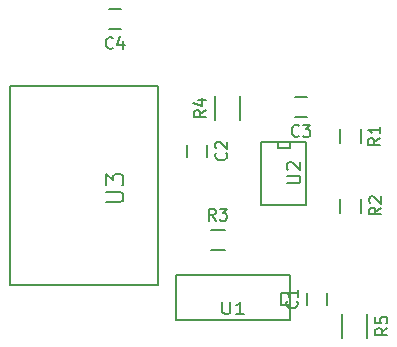
<source format=gbr>
G04 #@! TF.FileFunction,Legend,Top*
%FSLAX46Y46*%
G04 Gerber Fmt 4.6, Leading zero omitted, Abs format (unit mm)*
G04 Created by KiCad (PCBNEW (2015-04-05 BZR 5577)-product) date Út 4. srpen 2015, 12:36:27 CEST*
%MOMM*%
G01*
G04 APERTURE LIST*
%ADD10C,0.100000*%
%ADD11C,0.150000*%
%ADD12C,0.203200*%
%ADD13C,0.127000*%
%ADD14C,0.152400*%
G04 APERTURE END LIST*
D10*
D11*
X203865000Y-110180000D02*
X203865000Y-111380000D01*
X202115000Y-111380000D02*
X202115000Y-110180000D01*
X202125000Y-117280000D02*
X202125000Y-116080000D01*
X203875000Y-116080000D02*
X203875000Y-117280000D01*
D12*
X197836000Y-126398000D02*
X188184000Y-126398000D01*
X188184000Y-126398000D02*
X188184000Y-122588000D01*
X188184000Y-122588000D02*
X197836000Y-122588000D01*
X197836000Y-122588000D02*
X197836000Y-126398000D01*
X197836000Y-125128000D02*
X197074000Y-125128000D01*
X197074000Y-125128000D02*
X197074000Y-124112000D01*
X197074000Y-124112000D02*
X197836000Y-124112000D01*
D13*
X195542000Y-111253000D02*
X195415000Y-111253000D01*
X195415000Y-111253000D02*
X195415000Y-116587000D01*
X199225000Y-116587000D02*
X199225000Y-111253000D01*
X199225000Y-111253000D02*
X195542000Y-111253000D01*
X197828000Y-111253000D02*
X197828000Y-111761000D01*
X197828000Y-111761000D02*
X196812000Y-111761000D01*
X196812000Y-111761000D02*
X196812000Y-111253000D01*
X199225000Y-116587000D02*
X195415000Y-116587000D01*
D11*
X174180000Y-106570000D02*
X174180000Y-123380000D01*
X174180000Y-123380000D02*
X186690000Y-123380000D01*
X174190000Y-106560000D02*
X186700000Y-106560000D01*
X186710000Y-106570000D02*
X186690000Y-123380000D01*
X199310000Y-124090000D02*
X199310000Y-125090000D01*
X201010000Y-125090000D02*
X201010000Y-124090000D01*
X190830000Y-112540000D02*
X190830000Y-111540000D01*
X189130000Y-111540000D02*
X189130000Y-112540000D01*
X198270000Y-109140000D02*
X199270000Y-109140000D01*
X199270000Y-107440000D02*
X198270000Y-107440000D01*
X182530000Y-101700000D02*
X183530000Y-101700000D01*
X183530000Y-100000000D02*
X182530000Y-100000000D01*
X192330000Y-120465000D02*
X191130000Y-120465000D01*
X191130000Y-118715000D02*
X192330000Y-118715000D01*
X193625000Y-107430000D02*
X193625000Y-109430000D01*
X191475000Y-109430000D02*
X191475000Y-107430000D01*
X202265000Y-127870000D02*
X202265000Y-125870000D01*
X204415000Y-125870000D02*
X204415000Y-127870000D01*
X205474381Y-110946666D02*
X204998190Y-111280000D01*
X205474381Y-111518095D02*
X204474381Y-111518095D01*
X204474381Y-111137142D01*
X204522000Y-111041904D01*
X204569619Y-110994285D01*
X204664857Y-110946666D01*
X204807714Y-110946666D01*
X204902952Y-110994285D01*
X204950571Y-111041904D01*
X204998190Y-111137142D01*
X204998190Y-111518095D01*
X205474381Y-109994285D02*
X205474381Y-110565714D01*
X205474381Y-110280000D02*
X204474381Y-110280000D01*
X204617238Y-110375238D01*
X204712476Y-110470476D01*
X204760095Y-110565714D01*
X205552381Y-116846666D02*
X205076190Y-117180000D01*
X205552381Y-117418095D02*
X204552381Y-117418095D01*
X204552381Y-117037142D01*
X204600000Y-116941904D01*
X204647619Y-116894285D01*
X204742857Y-116846666D01*
X204885714Y-116846666D01*
X204980952Y-116894285D01*
X205028571Y-116941904D01*
X205076190Y-117037142D01*
X205076190Y-117418095D01*
X204647619Y-116465714D02*
X204600000Y-116418095D01*
X204552381Y-116322857D01*
X204552381Y-116084761D01*
X204600000Y-115989523D01*
X204647619Y-115941904D01*
X204742857Y-115894285D01*
X204838095Y-115894285D01*
X204980952Y-115941904D01*
X205552381Y-116513333D01*
X205552381Y-115894285D01*
D13*
X192139143Y-124825619D02*
X192139143Y-125648095D01*
X192193571Y-125744857D01*
X192248000Y-125793238D01*
X192356857Y-125841619D01*
X192574571Y-125841619D01*
X192683429Y-125793238D01*
X192737857Y-125744857D01*
X192792286Y-125648095D01*
X192792286Y-124825619D01*
X193935286Y-125841619D02*
X193282143Y-125841619D01*
X193608715Y-125841619D02*
X193608715Y-124825619D01*
X193499858Y-124970762D01*
X193391000Y-125067524D01*
X193282143Y-125115905D01*
D14*
X197583071Y-114790857D02*
X198508357Y-114790857D01*
X198617214Y-114736429D01*
X198671643Y-114682000D01*
X198726071Y-114573143D01*
X198726071Y-114355429D01*
X198671643Y-114246571D01*
X198617214Y-114192143D01*
X198508357Y-114137714D01*
X197583071Y-114137714D01*
X197691929Y-113647857D02*
X197637500Y-113593428D01*
X197583071Y-113484571D01*
X197583071Y-113212428D01*
X197637500Y-113103571D01*
X197691929Y-113049142D01*
X197800786Y-112994714D01*
X197909643Y-112994714D01*
X198072929Y-113049142D01*
X198726071Y-113702285D01*
X198726071Y-112994714D01*
D11*
X182258571Y-116392857D02*
X183472857Y-116392857D01*
X183615714Y-116321429D01*
X183687143Y-116250000D01*
X183758571Y-116107143D01*
X183758571Y-115821429D01*
X183687143Y-115678571D01*
X183615714Y-115607143D01*
X183472857Y-115535714D01*
X182258571Y-115535714D01*
X182258571Y-114964285D02*
X182258571Y-114035714D01*
X182830000Y-114535714D01*
X182830000Y-114321428D01*
X182901429Y-114178571D01*
X182972857Y-114107142D01*
X183115714Y-114035714D01*
X183472857Y-114035714D01*
X183615714Y-114107142D01*
X183687143Y-114178571D01*
X183758571Y-114321428D01*
X183758571Y-114750000D01*
X183687143Y-114892857D01*
X183615714Y-114964285D01*
X198417143Y-124756666D02*
X198464762Y-124804285D01*
X198512381Y-124947142D01*
X198512381Y-125042380D01*
X198464762Y-125185238D01*
X198369524Y-125280476D01*
X198274286Y-125328095D01*
X198083810Y-125375714D01*
X197940952Y-125375714D01*
X197750476Y-125328095D01*
X197655238Y-125280476D01*
X197560000Y-125185238D01*
X197512381Y-125042380D01*
X197512381Y-124947142D01*
X197560000Y-124804285D01*
X197607619Y-124756666D01*
X198512381Y-123804285D02*
X198512381Y-124375714D01*
X198512381Y-124090000D02*
X197512381Y-124090000D01*
X197655238Y-124185238D01*
X197750476Y-124280476D01*
X197798095Y-124375714D01*
X192437143Y-112206666D02*
X192484762Y-112254285D01*
X192532381Y-112397142D01*
X192532381Y-112492380D01*
X192484762Y-112635238D01*
X192389524Y-112730476D01*
X192294286Y-112778095D01*
X192103810Y-112825714D01*
X191960952Y-112825714D01*
X191770476Y-112778095D01*
X191675238Y-112730476D01*
X191580000Y-112635238D01*
X191532381Y-112492380D01*
X191532381Y-112397142D01*
X191580000Y-112254285D01*
X191627619Y-112206666D01*
X191627619Y-111825714D02*
X191580000Y-111778095D01*
X191532381Y-111682857D01*
X191532381Y-111444761D01*
X191580000Y-111349523D01*
X191627619Y-111301904D01*
X191722857Y-111254285D01*
X191818095Y-111254285D01*
X191960952Y-111301904D01*
X192532381Y-111873333D01*
X192532381Y-111254285D01*
X198603334Y-110747143D02*
X198555715Y-110794762D01*
X198412858Y-110842381D01*
X198317620Y-110842381D01*
X198174762Y-110794762D01*
X198079524Y-110699524D01*
X198031905Y-110604286D01*
X197984286Y-110413810D01*
X197984286Y-110270952D01*
X198031905Y-110080476D01*
X198079524Y-109985238D01*
X198174762Y-109890000D01*
X198317620Y-109842381D01*
X198412858Y-109842381D01*
X198555715Y-109890000D01*
X198603334Y-109937619D01*
X198936667Y-109842381D02*
X199555715Y-109842381D01*
X199222381Y-110223333D01*
X199365239Y-110223333D01*
X199460477Y-110270952D01*
X199508096Y-110318571D01*
X199555715Y-110413810D01*
X199555715Y-110651905D01*
X199508096Y-110747143D01*
X199460477Y-110794762D01*
X199365239Y-110842381D01*
X199079524Y-110842381D01*
X198984286Y-110794762D01*
X198936667Y-110747143D01*
X182863334Y-103307143D02*
X182815715Y-103354762D01*
X182672858Y-103402381D01*
X182577620Y-103402381D01*
X182434762Y-103354762D01*
X182339524Y-103259524D01*
X182291905Y-103164286D01*
X182244286Y-102973810D01*
X182244286Y-102830952D01*
X182291905Y-102640476D01*
X182339524Y-102545238D01*
X182434762Y-102450000D01*
X182577620Y-102402381D01*
X182672858Y-102402381D01*
X182815715Y-102450000D01*
X182863334Y-102497619D01*
X183720477Y-102735714D02*
X183720477Y-103402381D01*
X183482381Y-102354762D02*
X183244286Y-103069048D01*
X183863334Y-103069048D01*
X191563334Y-117942381D02*
X191230000Y-117466190D01*
X190991905Y-117942381D02*
X190991905Y-116942381D01*
X191372858Y-116942381D01*
X191468096Y-116990000D01*
X191515715Y-117037619D01*
X191563334Y-117132857D01*
X191563334Y-117275714D01*
X191515715Y-117370952D01*
X191468096Y-117418571D01*
X191372858Y-117466190D01*
X190991905Y-117466190D01*
X191896667Y-116942381D02*
X192515715Y-116942381D01*
X192182381Y-117323333D01*
X192325239Y-117323333D01*
X192420477Y-117370952D01*
X192468096Y-117418571D01*
X192515715Y-117513810D01*
X192515715Y-117751905D01*
X192468096Y-117847143D01*
X192420477Y-117894762D01*
X192325239Y-117942381D01*
X192039524Y-117942381D01*
X191944286Y-117894762D01*
X191896667Y-117847143D01*
X190702381Y-108596666D02*
X190226190Y-108930000D01*
X190702381Y-109168095D02*
X189702381Y-109168095D01*
X189702381Y-108787142D01*
X189750000Y-108691904D01*
X189797619Y-108644285D01*
X189892857Y-108596666D01*
X190035714Y-108596666D01*
X190130952Y-108644285D01*
X190178571Y-108691904D01*
X190226190Y-108787142D01*
X190226190Y-109168095D01*
X190035714Y-107739523D02*
X190702381Y-107739523D01*
X189654762Y-107977619D02*
X190369048Y-108215714D01*
X190369048Y-107596666D01*
X206092381Y-127036666D02*
X205616190Y-127370000D01*
X206092381Y-127608095D02*
X205092381Y-127608095D01*
X205092381Y-127227142D01*
X205140000Y-127131904D01*
X205187619Y-127084285D01*
X205282857Y-127036666D01*
X205425714Y-127036666D01*
X205520952Y-127084285D01*
X205568571Y-127131904D01*
X205616190Y-127227142D01*
X205616190Y-127608095D01*
X205092381Y-126131904D02*
X205092381Y-126608095D01*
X205568571Y-126655714D01*
X205520952Y-126608095D01*
X205473333Y-126512857D01*
X205473333Y-126274761D01*
X205520952Y-126179523D01*
X205568571Y-126131904D01*
X205663810Y-126084285D01*
X205901905Y-126084285D01*
X205997143Y-126131904D01*
X206044762Y-126179523D01*
X206092381Y-126274761D01*
X206092381Y-126512857D01*
X206044762Y-126608095D01*
X205997143Y-126655714D01*
M02*

</source>
